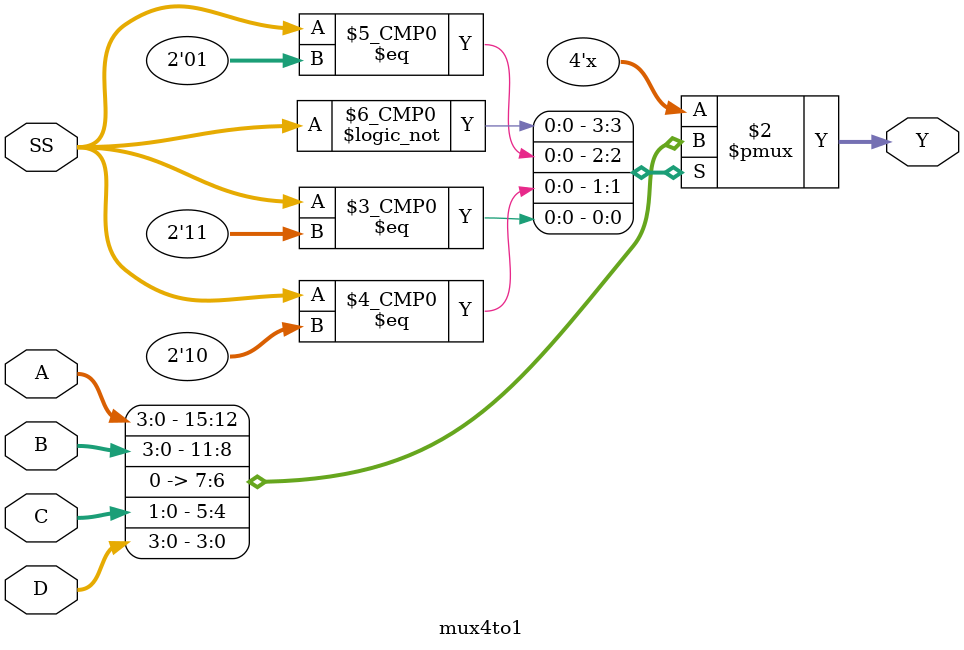
<source format=v>
`timescale 1ns / 1ps


module mux4to1(
    input [3:0] A, B,
    input [1:0] C, 
    input [3:0] D,
    input [1:0] SS,
    output reg [3:0] Y
    );
    
    always @ (A or B or C or D or SS) begin
        case (SS)
            2'b00 : Y = A;
            2'b01 : Y = B;
            2'b10 : Y = C;
            2'b11 : Y = D;
        endcase
    end
endmodule

</source>
